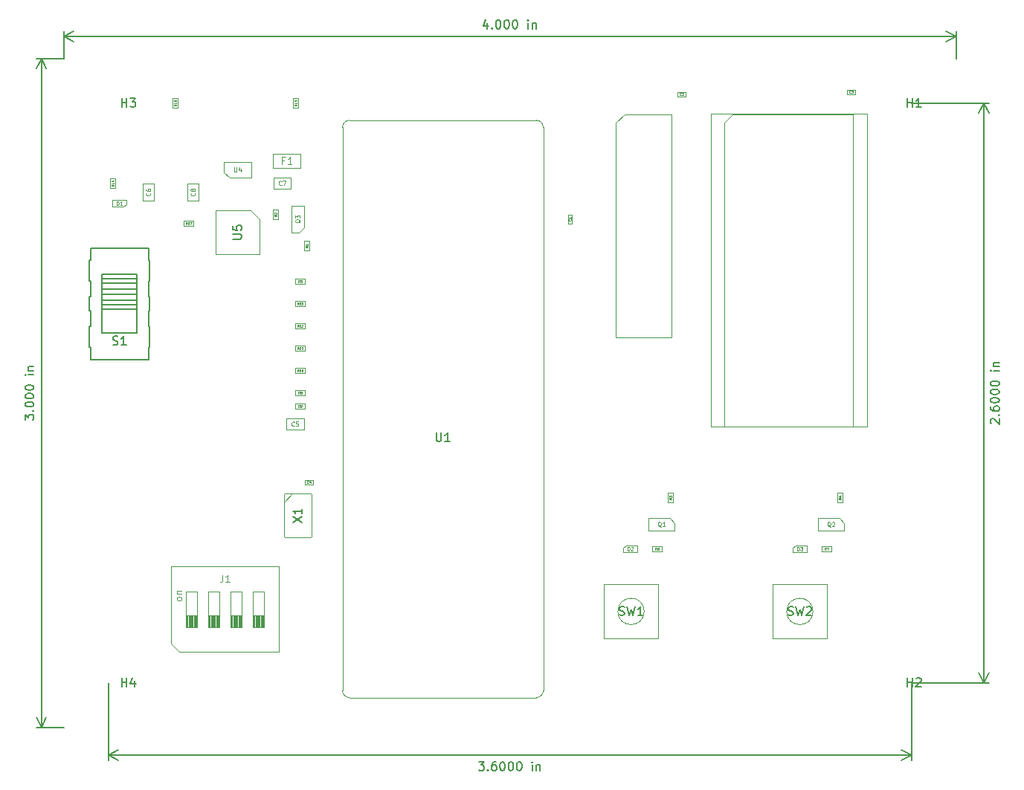
<source format=gbr>
%TF.GenerationSoftware,KiCad,Pcbnew,5.99.0+really5.1.10+dfsg1-1*%
%TF.CreationDate,2021-12-24T14:47:20+01:00*%
%TF.ProjectId,8051dumper,38303531-6475-46d7-9065-722e6b696361,1*%
%TF.SameCoordinates,PX60e4b00PYc1c9600*%
%TF.FileFunction,Other,Fab,Top*%
%FSLAX46Y46*%
G04 Gerber Fmt 4.6, Leading zero omitted, Abs format (unit mm)*
G04 Created by KiCad (PCBNEW 5.99.0+really5.1.10+dfsg1-1) date 2021-12-24 14:47:20*
%MOMM*%
%LPD*%
G01*
G04 APERTURE LIST*
%ADD10C,0.150000*%
%ADD11C,0.100000*%
%ADD12C,0.127000*%
%ADD13C,0.025400*%
%ADD14C,0.075000*%
%ADD15C,0.120000*%
%ADD16C,0.040000*%
%ADD17C,0.080000*%
%ADD18C,0.060000*%
G04 APERTURE END LIST*
D10*
X105622619Y34600000D02*
X105575000Y34647620D01*
X105527380Y34742858D01*
X105527380Y34980953D01*
X105575000Y35076191D01*
X105622619Y35123810D01*
X105717857Y35171429D01*
X105813095Y35171429D01*
X105955952Y35123810D01*
X106527380Y34552381D01*
X106527380Y35171429D01*
X106432142Y35600000D02*
X106479761Y35647620D01*
X106527380Y35600000D01*
X106479761Y35552381D01*
X106432142Y35600000D01*
X106527380Y35600000D01*
X105527380Y36504762D02*
X105527380Y36314286D01*
X105575000Y36219048D01*
X105622619Y36171429D01*
X105765476Y36076191D01*
X105955952Y36028572D01*
X106336904Y36028572D01*
X106432142Y36076191D01*
X106479761Y36123810D01*
X106527380Y36219048D01*
X106527380Y36409524D01*
X106479761Y36504762D01*
X106432142Y36552381D01*
X106336904Y36600000D01*
X106098809Y36600000D01*
X106003571Y36552381D01*
X105955952Y36504762D01*
X105908333Y36409524D01*
X105908333Y36219048D01*
X105955952Y36123810D01*
X106003571Y36076191D01*
X106098809Y36028572D01*
X105527380Y37219048D02*
X105527380Y37314286D01*
X105575000Y37409524D01*
X105622619Y37457143D01*
X105717857Y37504762D01*
X105908333Y37552381D01*
X106146428Y37552381D01*
X106336904Y37504762D01*
X106432142Y37457143D01*
X106479761Y37409524D01*
X106527380Y37314286D01*
X106527380Y37219048D01*
X106479761Y37123810D01*
X106432142Y37076191D01*
X106336904Y37028572D01*
X106146428Y36980953D01*
X105908333Y36980953D01*
X105717857Y37028572D01*
X105622619Y37076191D01*
X105575000Y37123810D01*
X105527380Y37219048D01*
X105527380Y38171429D02*
X105527380Y38266667D01*
X105575000Y38361905D01*
X105622619Y38409524D01*
X105717857Y38457143D01*
X105908333Y38504762D01*
X106146428Y38504762D01*
X106336904Y38457143D01*
X106432142Y38409524D01*
X106479761Y38361905D01*
X106527380Y38266667D01*
X106527380Y38171429D01*
X106479761Y38076191D01*
X106432142Y38028572D01*
X106336904Y37980953D01*
X106146428Y37933334D01*
X105908333Y37933334D01*
X105717857Y37980953D01*
X105622619Y38028572D01*
X105575000Y38076191D01*
X105527380Y38171429D01*
X105527380Y39123810D02*
X105527380Y39219048D01*
X105575000Y39314286D01*
X105622619Y39361905D01*
X105717857Y39409524D01*
X105908333Y39457143D01*
X106146428Y39457143D01*
X106336904Y39409524D01*
X106432142Y39361905D01*
X106479761Y39314286D01*
X106527380Y39219048D01*
X106527380Y39123810D01*
X106479761Y39028572D01*
X106432142Y38980953D01*
X106336904Y38933334D01*
X106146428Y38885715D01*
X105908333Y38885715D01*
X105717857Y38933334D01*
X105622619Y38980953D01*
X105575000Y39028572D01*
X105527380Y39123810D01*
X106527380Y40647620D02*
X105860714Y40647620D01*
X105527380Y40647620D02*
X105575000Y40600000D01*
X105622619Y40647620D01*
X105575000Y40695239D01*
X105527380Y40647620D01*
X105622619Y40647620D01*
X105860714Y41123810D02*
X106527380Y41123810D01*
X105955952Y41123810D02*
X105908333Y41171429D01*
X105860714Y41266667D01*
X105860714Y41409524D01*
X105908333Y41504762D01*
X106003571Y41552381D01*
X106527380Y41552381D01*
X104775000Y5080000D02*
X104775000Y71120000D01*
X96520000Y5080000D02*
X105361421Y5080000D01*
X96520000Y71120000D02*
X105361421Y71120000D01*
X104775000Y71120000D02*
X105361421Y69993496D01*
X104775000Y71120000D02*
X104188579Y69993496D01*
X104775000Y5080000D02*
X105361421Y6206504D01*
X104775000Y5080000D02*
X104188579Y6206504D01*
X47252380Y-3927379D02*
X47871428Y-3927379D01*
X47538095Y-4308332D01*
X47680952Y-4308332D01*
X47776190Y-4355951D01*
X47823809Y-4403570D01*
X47871428Y-4498808D01*
X47871428Y-4736903D01*
X47823809Y-4832141D01*
X47776190Y-4879760D01*
X47680952Y-4927379D01*
X47395238Y-4927379D01*
X47300000Y-4879760D01*
X47252380Y-4832141D01*
X48300000Y-4832141D02*
X48347619Y-4879760D01*
X48300000Y-4927379D01*
X48252380Y-4879760D01*
X48300000Y-4832141D01*
X48300000Y-4927379D01*
X49204761Y-3927379D02*
X49014285Y-3927379D01*
X48919047Y-3974999D01*
X48871428Y-4022618D01*
X48776190Y-4165475D01*
X48728571Y-4355951D01*
X48728571Y-4736903D01*
X48776190Y-4832141D01*
X48823809Y-4879760D01*
X48919047Y-4927379D01*
X49109523Y-4927379D01*
X49204761Y-4879760D01*
X49252380Y-4832141D01*
X49300000Y-4736903D01*
X49300000Y-4498808D01*
X49252380Y-4403570D01*
X49204761Y-4355951D01*
X49109523Y-4308332D01*
X48919047Y-4308332D01*
X48823809Y-4355951D01*
X48776190Y-4403570D01*
X48728571Y-4498808D01*
X49919047Y-3927379D02*
X50014285Y-3927379D01*
X50109523Y-3974999D01*
X50157142Y-4022618D01*
X50204761Y-4117856D01*
X50252380Y-4308332D01*
X50252380Y-4546427D01*
X50204761Y-4736903D01*
X50157142Y-4832141D01*
X50109523Y-4879760D01*
X50014285Y-4927379D01*
X49919047Y-4927379D01*
X49823809Y-4879760D01*
X49776190Y-4832141D01*
X49728571Y-4736903D01*
X49680952Y-4546427D01*
X49680952Y-4308332D01*
X49728571Y-4117856D01*
X49776190Y-4022618D01*
X49823809Y-3974999D01*
X49919047Y-3927379D01*
X50871428Y-3927379D02*
X50966666Y-3927379D01*
X51061904Y-3974999D01*
X51109523Y-4022618D01*
X51157142Y-4117856D01*
X51204761Y-4308332D01*
X51204761Y-4546427D01*
X51157142Y-4736903D01*
X51109523Y-4832141D01*
X51061904Y-4879760D01*
X50966666Y-4927379D01*
X50871428Y-4927379D01*
X50776190Y-4879760D01*
X50728571Y-4832141D01*
X50680952Y-4736903D01*
X50633333Y-4546427D01*
X50633333Y-4308332D01*
X50680952Y-4117856D01*
X50728571Y-4022618D01*
X50776190Y-3974999D01*
X50871428Y-3927379D01*
X51823809Y-3927379D02*
X51919047Y-3927379D01*
X52014285Y-3974999D01*
X52061904Y-4022618D01*
X52109523Y-4117856D01*
X52157142Y-4308332D01*
X52157142Y-4546427D01*
X52109523Y-4736903D01*
X52061904Y-4832141D01*
X52014285Y-4879760D01*
X51919047Y-4927379D01*
X51823809Y-4927379D01*
X51728571Y-4879760D01*
X51680952Y-4832141D01*
X51633333Y-4736903D01*
X51585714Y-4546427D01*
X51585714Y-4308332D01*
X51633333Y-4117856D01*
X51680952Y-4022618D01*
X51728571Y-3974999D01*
X51823809Y-3927379D01*
X53347619Y-4927379D02*
X53347619Y-4260713D01*
X53347619Y-3927379D02*
X53300000Y-3974999D01*
X53347619Y-4022618D01*
X53395238Y-3974999D01*
X53347619Y-3927379D01*
X53347619Y-4022618D01*
X53823809Y-4260713D02*
X53823809Y-4927379D01*
X53823809Y-4355951D02*
X53871428Y-4308332D01*
X53966666Y-4260713D01*
X54109523Y-4260713D01*
X54204761Y-4308332D01*
X54252380Y-4403570D01*
X54252380Y-4927379D01*
X5080000Y-3174999D02*
X96520000Y-3174999D01*
X5080000Y5080000D02*
X5080000Y-3761420D01*
X96520000Y5080000D02*
X96520000Y-3761420D01*
X96520000Y-3174999D02*
X95393496Y-3761420D01*
X96520000Y-3174999D02*
X95393496Y-2588578D01*
X5080000Y-3174999D02*
X6206504Y-3761420D01*
X5080000Y-3174999D02*
X6206504Y-2588578D01*
X-4387620Y35028572D02*
X-4387620Y35647620D01*
X-4006667Y35314286D01*
X-4006667Y35457143D01*
X-3959048Y35552381D01*
X-3911429Y35600000D01*
X-3816191Y35647620D01*
X-3578096Y35647620D01*
X-3482858Y35600000D01*
X-3435239Y35552381D01*
X-3387620Y35457143D01*
X-3387620Y35171429D01*
X-3435239Y35076191D01*
X-3482858Y35028572D01*
X-3482858Y36076191D02*
X-3435239Y36123810D01*
X-3387620Y36076191D01*
X-3435239Y36028572D01*
X-3482858Y36076191D01*
X-3387620Y36076191D01*
X-4387620Y36742858D02*
X-4387620Y36838096D01*
X-4340000Y36933334D01*
X-4292381Y36980953D01*
X-4197143Y37028572D01*
X-4006667Y37076191D01*
X-3768572Y37076191D01*
X-3578096Y37028572D01*
X-3482858Y36980953D01*
X-3435239Y36933334D01*
X-3387620Y36838096D01*
X-3387620Y36742858D01*
X-3435239Y36647620D01*
X-3482858Y36600000D01*
X-3578096Y36552381D01*
X-3768572Y36504762D01*
X-4006667Y36504762D01*
X-4197143Y36552381D01*
X-4292381Y36600000D01*
X-4340000Y36647620D01*
X-4387620Y36742858D01*
X-4387620Y37695239D02*
X-4387620Y37790477D01*
X-4340000Y37885715D01*
X-4292381Y37933334D01*
X-4197143Y37980953D01*
X-4006667Y38028572D01*
X-3768572Y38028572D01*
X-3578096Y37980953D01*
X-3482858Y37933334D01*
X-3435239Y37885715D01*
X-3387620Y37790477D01*
X-3387620Y37695239D01*
X-3435239Y37600000D01*
X-3482858Y37552381D01*
X-3578096Y37504762D01*
X-3768572Y37457143D01*
X-4006667Y37457143D01*
X-4197143Y37504762D01*
X-4292381Y37552381D01*
X-4340000Y37600000D01*
X-4387620Y37695239D01*
X-4387620Y38647620D02*
X-4387620Y38742858D01*
X-4340000Y38838096D01*
X-4292381Y38885715D01*
X-4197143Y38933334D01*
X-4006667Y38980953D01*
X-3768572Y38980953D01*
X-3578096Y38933334D01*
X-3482858Y38885715D01*
X-3435239Y38838096D01*
X-3387620Y38742858D01*
X-3387620Y38647620D01*
X-3435239Y38552381D01*
X-3482858Y38504762D01*
X-3578096Y38457143D01*
X-3768572Y38409524D01*
X-4006667Y38409524D01*
X-4197143Y38457143D01*
X-4292381Y38504762D01*
X-4340000Y38552381D01*
X-4387620Y38647620D01*
X-3387620Y40171429D02*
X-4054286Y40171429D01*
X-4387620Y40171429D02*
X-4340000Y40123810D01*
X-4292381Y40171429D01*
X-4340000Y40219048D01*
X-4387620Y40171429D01*
X-4292381Y40171429D01*
X-4054286Y40647620D02*
X-3387620Y40647620D01*
X-3959048Y40647620D02*
X-4006667Y40695239D01*
X-4054286Y40790477D01*
X-4054286Y40933334D01*
X-4006667Y41028572D01*
X-3911429Y41076191D01*
X-3387620Y41076191D01*
X-2540000Y0D02*
X-2540000Y76200000D01*
X0Y0D02*
X-3126421Y0D01*
X0Y76200000D02*
X-3126421Y76200000D01*
X-2540000Y76200000D02*
X-1953579Y75073496D01*
X-2540000Y76200000D02*
X-3126421Y75073496D01*
X-2540000Y0D02*
X-1953579Y1126504D01*
X-2540000Y0D02*
X-3126421Y1126504D01*
X48252380Y80254286D02*
X48252380Y79587620D01*
X48014285Y80635239D02*
X47776190Y79920953D01*
X48395238Y79920953D01*
X48776190Y79682858D02*
X48823809Y79635239D01*
X48776190Y79587620D01*
X48728571Y79635239D01*
X48776190Y79682858D01*
X48776190Y79587620D01*
X49442857Y80587620D02*
X49538095Y80587620D01*
X49633333Y80540000D01*
X49680952Y80492381D01*
X49728571Y80397143D01*
X49776190Y80206667D01*
X49776190Y79968572D01*
X49728571Y79778096D01*
X49680952Y79682858D01*
X49633333Y79635239D01*
X49538095Y79587620D01*
X49442857Y79587620D01*
X49347619Y79635239D01*
X49300000Y79682858D01*
X49252380Y79778096D01*
X49204761Y79968572D01*
X49204761Y80206667D01*
X49252380Y80397143D01*
X49300000Y80492381D01*
X49347619Y80540000D01*
X49442857Y80587620D01*
X50395238Y80587620D02*
X50490476Y80587620D01*
X50585714Y80540000D01*
X50633333Y80492381D01*
X50680952Y80397143D01*
X50728571Y80206667D01*
X50728571Y79968572D01*
X50680952Y79778096D01*
X50633333Y79682858D01*
X50585714Y79635239D01*
X50490476Y79587620D01*
X50395238Y79587620D01*
X50300000Y79635239D01*
X50252380Y79682858D01*
X50204761Y79778096D01*
X50157142Y79968572D01*
X50157142Y80206667D01*
X50204761Y80397143D01*
X50252380Y80492381D01*
X50300000Y80540000D01*
X50395238Y80587620D01*
X51347619Y80587620D02*
X51442857Y80587620D01*
X51538095Y80540000D01*
X51585714Y80492381D01*
X51633333Y80397143D01*
X51680952Y80206667D01*
X51680952Y79968572D01*
X51633333Y79778096D01*
X51585714Y79682858D01*
X51538095Y79635239D01*
X51442857Y79587620D01*
X51347619Y79587620D01*
X51252380Y79635239D01*
X51204761Y79682858D01*
X51157142Y79778096D01*
X51109523Y79968572D01*
X51109523Y80206667D01*
X51157142Y80397143D01*
X51204761Y80492381D01*
X51252380Y80540000D01*
X51347619Y80587620D01*
X52871428Y79587620D02*
X52871428Y80254286D01*
X52871428Y80587620D02*
X52823809Y80540000D01*
X52871428Y80492381D01*
X52919047Y80540000D01*
X52871428Y80587620D01*
X52871428Y80492381D01*
X53347619Y80254286D02*
X53347619Y79587620D01*
X53347619Y80159048D02*
X53395238Y80206667D01*
X53490476Y80254286D01*
X53633333Y80254286D01*
X53728571Y80206667D01*
X53776190Y80111429D01*
X53776190Y79587620D01*
X0Y78740000D02*
X101600000Y78740000D01*
X0Y76200000D02*
X0Y79326421D01*
X101600000Y76200000D02*
X101600000Y79326421D01*
X101600000Y78740000D02*
X100473496Y78153579D01*
X101600000Y78740000D02*
X100473496Y79326421D01*
X0Y78740000D02*
X1126504Y78153579D01*
X0Y78740000D02*
X1126504Y79326421D01*
D11*
%TO.C,U4*%
X18912000Y62600000D02*
X18262000Y63250000D01*
X18262000Y64400000D02*
X18262000Y63250000D01*
X18912000Y62600000D02*
X21362000Y62600000D01*
X21362000Y64400000D02*
X21362000Y62600000D01*
X18262000Y64400000D02*
X21362000Y64400000D01*
%TO.C,Q3*%
X27370000Y56962000D02*
X27370000Y59412000D01*
X26820000Y56392000D02*
X25970000Y56392000D01*
X27370000Y56962000D02*
X26820000Y56392000D01*
X25970000Y56392000D02*
X25970000Y59432000D01*
X27370000Y59432000D02*
X25970000Y59432000D01*
%TO.C,Q2*%
X88326000Y23814000D02*
X85876000Y23814000D01*
X88896000Y23264000D02*
X88896000Y22414000D01*
X88326000Y23814000D02*
X88896000Y23264000D01*
X88896000Y22414000D02*
X85856000Y22414000D01*
X85856000Y23814000D02*
X85856000Y22414000D01*
%TO.C,Q1*%
X69022000Y23814000D02*
X66572000Y23814000D01*
X69592000Y23264000D02*
X69592000Y22414000D01*
X69022000Y23814000D02*
X69592000Y23264000D01*
X69592000Y22414000D02*
X66552000Y22414000D01*
X66552000Y23814000D02*
X66552000Y22414000D01*
%TO.C,J1*%
X12200000Y9570000D02*
X12200000Y18350000D01*
X12200000Y18350000D02*
X24540000Y18350000D01*
X24540000Y18350000D02*
X24540000Y8570000D01*
X24540000Y8570000D02*
X13200000Y8570000D01*
X13200000Y8570000D02*
X12200000Y9570000D01*
X13925000Y11430000D02*
X15195000Y11430000D01*
X15195000Y11430000D02*
X15195000Y15490000D01*
X15195000Y15490000D02*
X13925000Y15490000D01*
X13925000Y15490000D02*
X13925000Y11430000D01*
X14025000Y11430000D02*
X14025000Y12783333D01*
X14125000Y11430000D02*
X14125000Y12783333D01*
X14225000Y11430000D02*
X14225000Y12783333D01*
X14325000Y11430000D02*
X14325000Y12783333D01*
X14425000Y11430000D02*
X14425000Y12783333D01*
X14525000Y11430000D02*
X14525000Y12783333D01*
X14625000Y11430000D02*
X14625000Y12783333D01*
X14725000Y11430000D02*
X14725000Y12783333D01*
X14825000Y11430000D02*
X14825000Y12783333D01*
X14925000Y11430000D02*
X14925000Y12783333D01*
X15025000Y11430000D02*
X15025000Y12783333D01*
X15125000Y11430000D02*
X15125000Y12783333D01*
X13925000Y12783333D02*
X15195000Y12783333D01*
X16465000Y11430000D02*
X17735000Y11430000D01*
X17735000Y11430000D02*
X17735000Y15490000D01*
X17735000Y15490000D02*
X16465000Y15490000D01*
X16465000Y15490000D02*
X16465000Y11430000D01*
X16565000Y11430000D02*
X16565000Y12783333D01*
X16665000Y11430000D02*
X16665000Y12783333D01*
X16765000Y11430000D02*
X16765000Y12783333D01*
X16865000Y11430000D02*
X16865000Y12783333D01*
X16965000Y11430000D02*
X16965000Y12783333D01*
X17065000Y11430000D02*
X17065000Y12783333D01*
X17165000Y11430000D02*
X17165000Y12783333D01*
X17265000Y11430000D02*
X17265000Y12783333D01*
X17365000Y11430000D02*
X17365000Y12783333D01*
X17465000Y11430000D02*
X17465000Y12783333D01*
X17565000Y11430000D02*
X17565000Y12783333D01*
X17665000Y11430000D02*
X17665000Y12783333D01*
X16465000Y12783333D02*
X17735000Y12783333D01*
X19005000Y11430000D02*
X20275000Y11430000D01*
X20275000Y11430000D02*
X20275000Y15490000D01*
X20275000Y15490000D02*
X19005000Y15490000D01*
X19005000Y15490000D02*
X19005000Y11430000D01*
X19105000Y11430000D02*
X19105000Y12783333D01*
X19205000Y11430000D02*
X19205000Y12783333D01*
X19305000Y11430000D02*
X19305000Y12783333D01*
X19405000Y11430000D02*
X19405000Y12783333D01*
X19505000Y11430000D02*
X19505000Y12783333D01*
X19605000Y11430000D02*
X19605000Y12783333D01*
X19705000Y11430000D02*
X19705000Y12783333D01*
X19805000Y11430000D02*
X19805000Y12783333D01*
X19905000Y11430000D02*
X19905000Y12783333D01*
X20005000Y11430000D02*
X20005000Y12783333D01*
X20105000Y11430000D02*
X20105000Y12783333D01*
X20205000Y11430000D02*
X20205000Y12783333D01*
X19005000Y12783333D02*
X20275000Y12783333D01*
X21545000Y11430000D02*
X22815000Y11430000D01*
X22815000Y11430000D02*
X22815000Y15490000D01*
X22815000Y15490000D02*
X21545000Y15490000D01*
X21545000Y15490000D02*
X21545000Y11430000D01*
X21645000Y11430000D02*
X21645000Y12783333D01*
X21745000Y11430000D02*
X21745000Y12783333D01*
X21845000Y11430000D02*
X21845000Y12783333D01*
X21945000Y11430000D02*
X21945000Y12783333D01*
X22045000Y11430000D02*
X22045000Y12783333D01*
X22145000Y11430000D02*
X22145000Y12783333D01*
X22245000Y11430000D02*
X22245000Y12783333D01*
X22345000Y11430000D02*
X22345000Y12783333D01*
X22445000Y11430000D02*
X22445000Y12783333D01*
X22545000Y11430000D02*
X22545000Y12783333D01*
X22645000Y11430000D02*
X22645000Y12783333D01*
X22745000Y11430000D02*
X22745000Y12783333D01*
X21545000Y12783333D02*
X22815000Y12783333D01*
%TO.C,X1*%
X28270000Y26530000D02*
X28270000Y21730000D01*
X28270000Y21730000D02*
X28170000Y21630000D01*
X28170000Y21630000D02*
X25170000Y21630000D01*
X25170000Y21630000D02*
X25070000Y21730000D01*
X25070000Y21730000D02*
X25070000Y26530000D01*
X25070000Y26530000D02*
X25170000Y26630000D01*
X25170000Y26630000D02*
X28170000Y26630000D01*
X28170000Y26630000D02*
X28270000Y26530000D01*
X26070000Y26630000D02*
X25070000Y25630000D01*
%TO.C,U5*%
X22312000Y57888000D02*
X22312000Y53888000D01*
X22312000Y53888000D02*
X17312000Y53888000D01*
X17312000Y53888000D02*
X17312000Y58888000D01*
X17312000Y58888000D02*
X21312000Y58888000D01*
X21312000Y58888000D02*
X22312000Y57888000D01*
%TO.C,R17*%
X14749000Y57674000D02*
X14749000Y57134000D01*
X14749000Y57134000D02*
X13699000Y57134000D01*
X13699000Y57134000D02*
X13699000Y57674000D01*
X13699000Y57674000D02*
X14749000Y57674000D01*
%TO.C,R16*%
X12970000Y70595000D02*
X12430000Y70595000D01*
X12430000Y70595000D02*
X12430000Y71645000D01*
X12430000Y71645000D02*
X12970000Y71645000D01*
X12970000Y71645000D02*
X12970000Y70595000D01*
%TO.C,R15*%
X26686000Y70595000D02*
X26146000Y70595000D01*
X26146000Y70595000D02*
X26146000Y71645000D01*
X26146000Y71645000D02*
X26686000Y71645000D01*
X26686000Y71645000D02*
X26686000Y70595000D01*
%TO.C,F1*%
X27000000Y65316000D02*
X27000000Y63716000D01*
X27000000Y63716000D02*
X23800000Y63716000D01*
X23800000Y63716000D02*
X23800000Y65316000D01*
X23800000Y65316000D02*
X27000000Y65316000D01*
%TO.C,C8*%
X15357000Y59960000D02*
X14107000Y59960000D01*
X14107000Y59960000D02*
X14107000Y61960000D01*
X14107000Y61960000D02*
X15357000Y61960000D01*
X15357000Y61960000D02*
X15357000Y59960000D01*
%TO.C,C7*%
X23892000Y61351000D02*
X23892000Y62601000D01*
X23892000Y62601000D02*
X25892000Y62601000D01*
X25892000Y62601000D02*
X25892000Y61351000D01*
X25892000Y61351000D02*
X23892000Y61351000D01*
%TO.C,R14*%
X5318000Y62501000D02*
X5858000Y62501000D01*
X5858000Y62501000D02*
X5858000Y61451000D01*
X5858000Y61451000D02*
X5318000Y61451000D01*
X5318000Y61451000D02*
X5318000Y62501000D01*
%TO.C,R13*%
X26399000Y47990000D02*
X26399000Y48530000D01*
X26399000Y48530000D02*
X27449000Y48530000D01*
X27449000Y48530000D02*
X27449000Y47990000D01*
X27449000Y47990000D02*
X26399000Y47990000D01*
%TO.C,R12*%
X26399000Y45450000D02*
X26399000Y45990000D01*
X26399000Y45990000D02*
X27449000Y45990000D01*
X27449000Y45990000D02*
X27449000Y45450000D01*
X27449000Y45450000D02*
X26399000Y45450000D01*
%TO.C,R11*%
X26399000Y42910000D02*
X26399000Y43450000D01*
X26399000Y43450000D02*
X27449000Y43450000D01*
X27449000Y43450000D02*
X27449000Y42910000D01*
X27449000Y42910000D02*
X26399000Y42910000D01*
%TO.C,R10*%
X26399000Y40370000D02*
X26399000Y40910000D01*
X26399000Y40910000D02*
X27449000Y40910000D01*
X27449000Y40910000D02*
X27449000Y40370000D01*
X27449000Y40370000D02*
X26399000Y40370000D01*
%TO.C,R9*%
X26399000Y36306000D02*
X26399000Y36846000D01*
X26399000Y36846000D02*
X27449000Y36846000D01*
X27449000Y36846000D02*
X27449000Y36306000D01*
X27449000Y36306000D02*
X26399000Y36306000D01*
%TO.C,R8*%
X27449000Y38370000D02*
X27449000Y37830000D01*
X27449000Y37830000D02*
X26399000Y37830000D01*
X26399000Y37830000D02*
X26399000Y38370000D01*
X26399000Y38370000D02*
X27449000Y38370000D01*
%TO.C,R7*%
X87393000Y20590000D02*
X87393000Y20050000D01*
X87393000Y20050000D02*
X86343000Y20050000D01*
X86343000Y20050000D02*
X86343000Y20590000D01*
X86343000Y20590000D02*
X87393000Y20590000D01*
%TO.C,R6*%
X68089000Y20590000D02*
X68089000Y20050000D01*
X68089000Y20050000D02*
X67039000Y20050000D01*
X67039000Y20050000D02*
X67039000Y20590000D01*
X67039000Y20590000D02*
X68089000Y20590000D01*
%TO.C,R5*%
X26399000Y50530000D02*
X26399000Y51070000D01*
X26399000Y51070000D02*
X27449000Y51070000D01*
X27449000Y51070000D02*
X27449000Y50530000D01*
X27449000Y50530000D02*
X26399000Y50530000D01*
%TO.C,R4*%
X88662000Y25637000D02*
X88122000Y25637000D01*
X88122000Y25637000D02*
X88122000Y26687000D01*
X88122000Y26687000D02*
X88662000Y26687000D01*
X88662000Y26687000D02*
X88662000Y25637000D01*
%TO.C,R3*%
X69358000Y25637000D02*
X68818000Y25637000D01*
X68818000Y25637000D02*
X68818000Y26687000D01*
X68818000Y26687000D02*
X69358000Y26687000D01*
X69358000Y26687000D02*
X69358000Y25637000D01*
%TO.C,R2*%
X24400000Y57895000D02*
X23860000Y57895000D01*
X23860000Y57895000D02*
X23860000Y58945000D01*
X23860000Y58945000D02*
X24400000Y58945000D01*
X24400000Y58945000D02*
X24400000Y57895000D01*
%TO.C,R1*%
X27416000Y55389000D02*
X27956000Y55389000D01*
X27956000Y55389000D02*
X27956000Y54339000D01*
X27956000Y54339000D02*
X27416000Y54339000D01*
X27416000Y54339000D02*
X27416000Y55389000D01*
%TO.C,D1*%
X5550000Y59290000D02*
X6850000Y59290000D01*
X6850000Y59290000D02*
X7150000Y59590000D01*
X7150000Y59590000D02*
X7150000Y60090000D01*
X7150000Y60090000D02*
X5550000Y60090000D01*
X5550000Y60090000D02*
X5550000Y59290000D01*
%TO.C,C6*%
X10277000Y59960000D02*
X9027000Y59960000D01*
X9027000Y59960000D02*
X9027000Y61960000D01*
X9027000Y61960000D02*
X10277000Y61960000D01*
X10277000Y61960000D02*
X10277000Y59960000D01*
%TO.C,C5*%
X25350000Y33919000D02*
X25350000Y35169000D01*
X25350000Y35169000D02*
X27350000Y35169000D01*
X27350000Y35169000D02*
X27350000Y33919000D01*
X27350000Y33919000D02*
X25350000Y33919000D01*
%TO.C,C4*%
X28440000Y28190000D02*
X28440000Y27690000D01*
X28440000Y27690000D02*
X27440000Y27690000D01*
X27440000Y27690000D02*
X27440000Y28190000D01*
X27440000Y28190000D02*
X28440000Y28190000D01*
%TO.C,C3*%
X90162000Y72640000D02*
X90162000Y72140000D01*
X90162000Y72140000D02*
X89162000Y72140000D01*
X89162000Y72140000D02*
X89162000Y72640000D01*
X89162000Y72640000D02*
X90162000Y72640000D01*
%TO.C,C2*%
X69858000Y71886000D02*
X69858000Y72386000D01*
X69858000Y72386000D02*
X70858000Y72386000D01*
X70858000Y72386000D02*
X70858000Y71886000D01*
X70858000Y71886000D02*
X69858000Y71886000D01*
%TO.C,C1*%
X57408000Y58412000D02*
X57908000Y58412000D01*
X57908000Y58412000D02*
X57908000Y57412000D01*
X57908000Y57412000D02*
X57408000Y57412000D01*
X57408000Y57412000D02*
X57408000Y58412000D01*
%TO.C,SW2*%
X80720000Y16300000D02*
X86920000Y16300000D01*
X86920000Y16300000D02*
X86920000Y10100000D01*
X86920000Y10100000D02*
X80720000Y10100000D01*
X80720000Y10100000D02*
X80720000Y16300000D01*
X85320000Y13200000D02*
G75*
G03*
X85320000Y13200000I-1500000J0D01*
G01*
%TO.C,SW1*%
X61504999Y16300000D02*
X67704999Y16300000D01*
X67704999Y16300000D02*
X67704999Y10100000D01*
X67704999Y10100000D02*
X61504999Y10100000D01*
X61504999Y10100000D02*
X61504999Y16300000D01*
X66104999Y13200000D02*
G75*
G03*
X66104999Y13200000I-1500000J0D01*
G01*
%TO.C,D3*%
X84620000Y20720000D02*
X83320000Y20720000D01*
X83320000Y20720000D02*
X83020000Y20420000D01*
X83020000Y20420000D02*
X83020000Y19920000D01*
X83020000Y19920000D02*
X84620000Y19920000D01*
X84620000Y19920000D02*
X84620000Y20720000D01*
%TO.C,D2*%
X65316000Y20720000D02*
X64016000Y20720000D01*
X64016000Y20720000D02*
X63716000Y20420000D01*
X63716000Y20420000D02*
X63716000Y19920000D01*
X63716000Y19920000D02*
X65316000Y19920000D01*
X65316000Y19920000D02*
X65316000Y20720000D01*
%TO.C,U2*%
X63865000Y69850000D02*
X69215000Y69850000D01*
X69215000Y69850000D02*
X69215000Y44450000D01*
X69215000Y44450000D02*
X62865000Y44450000D01*
X62865000Y44450000D02*
X62865000Y68850000D01*
X62865000Y68850000D02*
X63865000Y69850000D01*
D12*
%TO.C,S1*%
X3429000Y41910000D02*
X9270999Y41910000D01*
X9651999Y41910000D02*
X9270999Y41910000D01*
X9651999Y54609999D02*
X9270999Y54609999D01*
X9270999Y54609999D02*
X3429000Y54609999D01*
X8362949Y44945300D02*
X8362949Y51574699D01*
X8362949Y51574699D02*
X8305799Y51574699D01*
X8305799Y51574699D02*
X4394200Y51574699D01*
X4394200Y51574699D02*
X4337050Y51574699D01*
X4337050Y51574699D02*
X4337050Y44945300D01*
X4337050Y44945300D02*
X8362949Y44945300D01*
X4394200Y47663100D02*
X8305799Y47663100D01*
X8305799Y48132641D02*
X4394200Y48132641D01*
X8305799Y48662778D02*
X4394200Y48662778D01*
X8305799Y49322682D02*
X4394200Y49322682D01*
X8305799Y49915117D02*
X4394200Y49915117D01*
X8305799Y50575021D02*
X4394200Y50575021D01*
X8305799Y51105159D02*
X4394200Y51105159D01*
X3429000Y54609999D02*
X3048000Y54609999D01*
X3048000Y41910000D02*
X3429000Y41910000D01*
X3048000Y53212999D02*
X2895600Y53212999D01*
X2895600Y50850799D02*
X2895600Y53212999D01*
X3048000Y50850799D02*
X2895600Y50850799D01*
X2895600Y47478950D02*
X2895600Y49041049D01*
X2895600Y43307000D02*
X2895600Y45669200D01*
X3048000Y43307000D02*
X2895600Y43307000D01*
X2895600Y45669200D02*
X3048000Y45669200D01*
X9804399Y53212999D02*
X9651999Y53212999D01*
X9804399Y50850799D02*
X9804399Y53212999D01*
X9804399Y47478950D02*
X9804399Y49041049D01*
X9651999Y45669200D02*
X9804399Y45669200D01*
X9804399Y43307000D02*
X9651999Y43307000D01*
X9804399Y50850799D02*
X9651999Y50850799D01*
X9804399Y43307000D02*
X9804399Y45669200D01*
X8305799Y51574699D02*
X8305799Y47663100D01*
X4394200Y51574699D02*
X4394200Y47663100D01*
X2895600Y49041049D02*
X3048000Y49041049D01*
X2895600Y47478950D02*
X3048000Y47478950D01*
X3048000Y43307000D02*
X3048000Y41910000D01*
X3048000Y47478950D02*
X3048000Y45669200D01*
X3048000Y54609999D02*
X3048000Y53212999D01*
X3048000Y50850799D02*
X3048000Y49041049D01*
X9651999Y43307000D02*
X9651999Y41910000D01*
X9651999Y54609999D02*
X9651999Y53212999D01*
X9804399Y49041049D02*
X9651999Y49041049D01*
X9804399Y47478950D02*
X9651999Y47478950D01*
X9651999Y50850799D02*
X9651999Y49041049D01*
X9651999Y47478950D02*
X9651999Y45669200D01*
D11*
%TO.C,U3*%
X76185000Y69850000D02*
X89915000Y69850000D01*
X89915000Y69850000D02*
X89915000Y34290000D01*
X89915000Y34290000D02*
X75185000Y34290000D01*
X75185000Y34290000D02*
X75185000Y68850000D01*
X75185000Y68850000D02*
X76185000Y69850000D01*
X73660000Y69910000D02*
X73660000Y34230000D01*
X73660000Y34230000D02*
X91440000Y34230000D01*
X91440000Y34230000D02*
X91440000Y69910000D01*
X91440000Y69910000D02*
X73660000Y69910000D01*
D13*
%TO.C,U1*%
X53797199Y69164199D02*
X32562800Y69164199D01*
X31750000Y68351399D02*
X31750001Y4191000D01*
X32562801Y3378200D02*
X53797200Y3378200D01*
X54609999Y4191000D02*
X54609999Y68351399D01*
X53797199Y69164199D02*
G75*
G02*
X54609999Y68351399I0J-812800D01*
G01*
X54609999Y4191001D02*
G75*
G02*
X53797200Y3378200I-812800J-1D01*
G01*
X32562800Y3378201D02*
G75*
G02*
X31750001Y4191000I0J812799D01*
G01*
X31750000Y68351399D02*
G75*
G02*
X32562800Y69164199I812800J0D01*
G01*
%TD*%
%TO.C,U4*%
D14*
X19431047Y63773810D02*
X19431047Y63369048D01*
X19454857Y63321429D01*
X19478666Y63297620D01*
X19526285Y63273810D01*
X19621523Y63273810D01*
X19669142Y63297620D01*
X19692952Y63321429D01*
X19716761Y63369048D01*
X19716761Y63773810D01*
X20169142Y63607143D02*
X20169142Y63273810D01*
X20050095Y63797620D02*
X19931047Y63440477D01*
X20240571Y63440477D01*
%TO.C,H4*%
D10*
X6618095Y4627620D02*
X6618095Y5627620D01*
X6618095Y5151429D02*
X7189523Y5151429D01*
X7189523Y4627620D02*
X7189523Y5627620D01*
X8094285Y5294286D02*
X8094285Y4627620D01*
X7856190Y5675239D02*
X7618095Y4960953D01*
X8237142Y4960953D01*
%TO.C,H3*%
X6618095Y70667620D02*
X6618095Y71667620D01*
X6618095Y71191429D02*
X7189523Y71191429D01*
X7189523Y70667620D02*
X7189523Y71667620D01*
X7570476Y71667620D02*
X8189523Y71667620D01*
X7856190Y71286667D01*
X7999047Y71286667D01*
X8094285Y71239048D01*
X8141904Y71191429D01*
X8189523Y71096191D01*
X8189523Y70858096D01*
X8141904Y70762858D01*
X8094285Y70715239D01*
X7999047Y70667620D01*
X7713333Y70667620D01*
X7618095Y70715239D01*
X7570476Y70762858D01*
%TO.C,H2*%
X96058095Y4627620D02*
X96058095Y5627620D01*
X96058095Y5151429D02*
X96629523Y5151429D01*
X96629523Y4627620D02*
X96629523Y5627620D01*
X97058095Y5532381D02*
X97105714Y5580000D01*
X97200952Y5627620D01*
X97439047Y5627620D01*
X97534285Y5580000D01*
X97581904Y5532381D01*
X97629523Y5437143D01*
X97629523Y5341905D01*
X97581904Y5199048D01*
X97010476Y4627620D01*
X97629523Y4627620D01*
%TO.C,H1*%
X96058095Y70667620D02*
X96058095Y71667620D01*
X96058095Y71191429D02*
X96629523Y71191429D01*
X96629523Y70667620D02*
X96629523Y71667620D01*
X97629523Y70667620D02*
X97058095Y70667620D01*
X97343809Y70667620D02*
X97343809Y71667620D01*
X97248571Y71524762D01*
X97153333Y71429524D01*
X97058095Y71381905D01*
%TO.C,Q3*%
D14*
X26943809Y57864381D02*
X26920000Y57816762D01*
X26872380Y57769143D01*
X26800952Y57697715D01*
X26777142Y57650096D01*
X26777142Y57602477D01*
X26896190Y57626286D02*
X26872380Y57578667D01*
X26824761Y57531048D01*
X26729523Y57507239D01*
X26562857Y57507239D01*
X26467619Y57531048D01*
X26420000Y57578667D01*
X26396190Y57626286D01*
X26396190Y57721524D01*
X26420000Y57769143D01*
X26467619Y57816762D01*
X26562857Y57840572D01*
X26729523Y57840572D01*
X26824761Y57816762D01*
X26872380Y57769143D01*
X26896190Y57721524D01*
X26896190Y57626286D01*
X26396190Y58007239D02*
X26396190Y58316762D01*
X26586666Y58150096D01*
X26586666Y58221524D01*
X26610476Y58269143D01*
X26634285Y58292953D01*
X26681904Y58316762D01*
X26800952Y58316762D01*
X26848571Y58292953D01*
X26872380Y58269143D01*
X26896190Y58221524D01*
X26896190Y58078667D01*
X26872380Y58031048D01*
X26848571Y58007239D01*
%TO.C,Q2*%
X87328380Y22840191D02*
X87280761Y22864000D01*
X87233142Y22911620D01*
X87161714Y22983048D01*
X87114095Y23006858D01*
X87066476Y23006858D01*
X87090285Y22887810D02*
X87042666Y22911620D01*
X86995047Y22959239D01*
X86971238Y23054477D01*
X86971238Y23221143D01*
X86995047Y23316381D01*
X87042666Y23364000D01*
X87090285Y23387810D01*
X87185523Y23387810D01*
X87233142Y23364000D01*
X87280761Y23316381D01*
X87304571Y23221143D01*
X87304571Y23054477D01*
X87280761Y22959239D01*
X87233142Y22911620D01*
X87185523Y22887810D01*
X87090285Y22887810D01*
X87495047Y23340191D02*
X87518857Y23364000D01*
X87566476Y23387810D01*
X87685523Y23387810D01*
X87733142Y23364000D01*
X87756952Y23340191D01*
X87780761Y23292572D01*
X87780761Y23244953D01*
X87756952Y23173524D01*
X87471238Y22887810D01*
X87780761Y22887810D01*
%TO.C,Q1*%
X68024380Y22840191D02*
X67976761Y22864000D01*
X67929142Y22911620D01*
X67857714Y22983048D01*
X67810095Y23006858D01*
X67762476Y23006858D01*
X67786285Y22887810D02*
X67738666Y22911620D01*
X67691047Y22959239D01*
X67667238Y23054477D01*
X67667238Y23221143D01*
X67691047Y23316381D01*
X67738666Y23364000D01*
X67786285Y23387810D01*
X67881523Y23387810D01*
X67929142Y23364000D01*
X67976761Y23316381D01*
X68000571Y23221143D01*
X68000571Y23054477D01*
X67976761Y22959239D01*
X67929142Y22911620D01*
X67881523Y22887810D01*
X67786285Y22887810D01*
X68476761Y22887810D02*
X68191047Y22887810D01*
X68333904Y22887810D02*
X68333904Y23387810D01*
X68286285Y23316381D01*
X68238666Y23268762D01*
X68191047Y23244953D01*
%TO.C,J1*%
D15*
X13424404Y14595953D02*
X13386309Y14519762D01*
X13348214Y14481667D01*
X13272023Y14443572D01*
X13043452Y14443572D01*
X12967261Y14481667D01*
X12929166Y14519762D01*
X12891071Y14595953D01*
X12891071Y14710239D01*
X12929166Y14786429D01*
X12967261Y14824524D01*
X13043452Y14862620D01*
X13272023Y14862620D01*
X13348214Y14824524D01*
X13386309Y14786429D01*
X13424404Y14710239D01*
X13424404Y14595953D01*
X12891071Y15205477D02*
X13424404Y15205477D01*
X12967261Y15205477D02*
X12929166Y15243572D01*
X12891071Y15319762D01*
X12891071Y15434048D01*
X12929166Y15510239D01*
X13005357Y15548334D01*
X13424404Y15548334D01*
X18103333Y17358096D02*
X18103333Y16786667D01*
X18065238Y16672381D01*
X17989047Y16596191D01*
X17874761Y16558096D01*
X17798571Y16558096D01*
X18903333Y16558096D02*
X18446190Y16558096D01*
X18674761Y16558096D02*
X18674761Y17358096D01*
X18598571Y17243810D01*
X18522380Y17167620D01*
X18446190Y17129524D01*
%TO.C,X1*%
D10*
X26122380Y23320477D02*
X27122380Y23987143D01*
X26122380Y23987143D02*
X27122380Y23320477D01*
X27122380Y24891905D02*
X27122380Y24320477D01*
X27122380Y24606191D02*
X26122380Y24606191D01*
X26265238Y24510953D01*
X26360476Y24415715D01*
X26408095Y24320477D01*
%TO.C,U5*%
X19264380Y55626096D02*
X20073904Y55626096D01*
X20169142Y55673715D01*
X20216761Y55721334D01*
X20264380Y55816572D01*
X20264380Y56007048D01*
X20216761Y56102286D01*
X20169142Y56149905D01*
X20073904Y56197524D01*
X19264380Y56197524D01*
X19264380Y57149905D02*
X19264380Y56673715D01*
X19740571Y56626096D01*
X19692952Y56673715D01*
X19645333Y56768953D01*
X19645333Y57007048D01*
X19692952Y57102286D01*
X19740571Y57149905D01*
X19835809Y57197524D01*
X20073904Y57197524D01*
X20169142Y57149905D01*
X20216761Y57102286D01*
X20264380Y57007048D01*
X20264380Y56768953D01*
X20216761Y56673715D01*
X20169142Y56626096D01*
%TO.C,R17*%
D16*
X14056857Y57286381D02*
X13970190Y57410191D01*
X13908285Y57286381D02*
X13908285Y57546381D01*
X14007333Y57546381D01*
X14032095Y57534000D01*
X14044476Y57521620D01*
X14056857Y57496858D01*
X14056857Y57459715D01*
X14044476Y57434953D01*
X14032095Y57422572D01*
X14007333Y57410191D01*
X13908285Y57410191D01*
X14304476Y57286381D02*
X14155904Y57286381D01*
X14230190Y57286381D02*
X14230190Y57546381D01*
X14205428Y57509239D01*
X14180666Y57484477D01*
X14155904Y57472096D01*
X14391142Y57546381D02*
X14564476Y57546381D01*
X14453047Y57286381D01*
%TO.C,R16*%
X12817619Y70952858D02*
X12693809Y70866191D01*
X12817619Y70804286D02*
X12557619Y70804286D01*
X12557619Y70903334D01*
X12570000Y70928096D01*
X12582380Y70940477D01*
X12607142Y70952858D01*
X12644285Y70952858D01*
X12669047Y70940477D01*
X12681428Y70928096D01*
X12693809Y70903334D01*
X12693809Y70804286D01*
X12817619Y71200477D02*
X12817619Y71051905D01*
X12817619Y71126191D02*
X12557619Y71126191D01*
X12594761Y71101429D01*
X12619523Y71076667D01*
X12631904Y71051905D01*
X12557619Y71423334D02*
X12557619Y71373810D01*
X12570000Y71349048D01*
X12582380Y71336667D01*
X12619523Y71311905D01*
X12669047Y71299524D01*
X12768095Y71299524D01*
X12792857Y71311905D01*
X12805238Y71324286D01*
X12817619Y71349048D01*
X12817619Y71398572D01*
X12805238Y71423334D01*
X12792857Y71435715D01*
X12768095Y71448096D01*
X12706190Y71448096D01*
X12681428Y71435715D01*
X12669047Y71423334D01*
X12656666Y71398572D01*
X12656666Y71349048D01*
X12669047Y71324286D01*
X12681428Y71311905D01*
X12706190Y71299524D01*
%TO.C,R15*%
X26533619Y70952858D02*
X26409809Y70866191D01*
X26533619Y70804286D02*
X26273619Y70804286D01*
X26273619Y70903334D01*
X26286000Y70928096D01*
X26298380Y70940477D01*
X26323142Y70952858D01*
X26360285Y70952858D01*
X26385047Y70940477D01*
X26397428Y70928096D01*
X26409809Y70903334D01*
X26409809Y70804286D01*
X26533619Y71200477D02*
X26533619Y71051905D01*
X26533619Y71126191D02*
X26273619Y71126191D01*
X26310761Y71101429D01*
X26335523Y71076667D01*
X26347904Y71051905D01*
X26273619Y71435715D02*
X26273619Y71311905D01*
X26397428Y71299524D01*
X26385047Y71311905D01*
X26372666Y71336667D01*
X26372666Y71398572D01*
X26385047Y71423334D01*
X26397428Y71435715D01*
X26422190Y71448096D01*
X26484095Y71448096D01*
X26508857Y71435715D01*
X26521238Y71423334D01*
X26533619Y71398572D01*
X26533619Y71336667D01*
X26521238Y71311905D01*
X26508857Y71299524D01*
%TO.C,F1*%
D15*
X25133333Y64573143D02*
X24866666Y64573143D01*
X24866666Y64154096D02*
X24866666Y64954096D01*
X25247619Y64954096D01*
X25971428Y64154096D02*
X25514285Y64154096D01*
X25742857Y64154096D02*
X25742857Y64954096D01*
X25666666Y64839810D01*
X25590476Y64763620D01*
X25514285Y64725524D01*
%TO.C,C8*%
D17*
X14910571Y60876667D02*
X14934380Y60852858D01*
X14958190Y60781429D01*
X14958190Y60733810D01*
X14934380Y60662381D01*
X14886761Y60614762D01*
X14839142Y60590953D01*
X14743904Y60567143D01*
X14672476Y60567143D01*
X14577238Y60590953D01*
X14529619Y60614762D01*
X14482000Y60662381D01*
X14458190Y60733810D01*
X14458190Y60781429D01*
X14482000Y60852858D01*
X14505809Y60876667D01*
X14672476Y61162381D02*
X14648666Y61114762D01*
X14624857Y61090953D01*
X14577238Y61067143D01*
X14553428Y61067143D01*
X14505809Y61090953D01*
X14482000Y61114762D01*
X14458190Y61162381D01*
X14458190Y61257620D01*
X14482000Y61305239D01*
X14505809Y61329048D01*
X14553428Y61352858D01*
X14577238Y61352858D01*
X14624857Y61329048D01*
X14648666Y61305239D01*
X14672476Y61257620D01*
X14672476Y61162381D01*
X14696285Y61114762D01*
X14720095Y61090953D01*
X14767714Y61067143D01*
X14862952Y61067143D01*
X14910571Y61090953D01*
X14934380Y61114762D01*
X14958190Y61162381D01*
X14958190Y61257620D01*
X14934380Y61305239D01*
X14910571Y61329048D01*
X14862952Y61352858D01*
X14767714Y61352858D01*
X14720095Y61329048D01*
X14696285Y61305239D01*
X14672476Y61257620D01*
%TO.C,C7*%
X24808666Y61797429D02*
X24784857Y61773620D01*
X24713428Y61749810D01*
X24665809Y61749810D01*
X24594380Y61773620D01*
X24546761Y61821239D01*
X24522952Y61868858D01*
X24499142Y61964096D01*
X24499142Y62035524D01*
X24522952Y62130762D01*
X24546761Y62178381D01*
X24594380Y62226000D01*
X24665809Y62249810D01*
X24713428Y62249810D01*
X24784857Y62226000D01*
X24808666Y62202191D01*
X24975333Y62249810D02*
X25308666Y62249810D01*
X25094380Y61749810D01*
%TO.C,R14*%
D16*
X5705619Y61808858D02*
X5581809Y61722191D01*
X5705619Y61660286D02*
X5445619Y61660286D01*
X5445619Y61759334D01*
X5458000Y61784096D01*
X5470380Y61796477D01*
X5495142Y61808858D01*
X5532285Y61808858D01*
X5557047Y61796477D01*
X5569428Y61784096D01*
X5581809Y61759334D01*
X5581809Y61660286D01*
X5705619Y62056477D02*
X5705619Y61907905D01*
X5705619Y61982191D02*
X5445619Y61982191D01*
X5482761Y61957429D01*
X5507523Y61932667D01*
X5519904Y61907905D01*
X5532285Y62279334D02*
X5705619Y62279334D01*
X5433238Y62217429D02*
X5618952Y62155524D01*
X5618952Y62316477D01*
%TO.C,R13*%
X26756857Y48142381D02*
X26670190Y48266191D01*
X26608285Y48142381D02*
X26608285Y48402381D01*
X26707333Y48402381D01*
X26732095Y48390000D01*
X26744476Y48377620D01*
X26756857Y48352858D01*
X26756857Y48315715D01*
X26744476Y48290953D01*
X26732095Y48278572D01*
X26707333Y48266191D01*
X26608285Y48266191D01*
X27004476Y48142381D02*
X26855904Y48142381D01*
X26930190Y48142381D02*
X26930190Y48402381D01*
X26905428Y48365239D01*
X26880666Y48340477D01*
X26855904Y48328096D01*
X27091142Y48402381D02*
X27252095Y48402381D01*
X27165428Y48303334D01*
X27202571Y48303334D01*
X27227333Y48290953D01*
X27239714Y48278572D01*
X27252095Y48253810D01*
X27252095Y48191905D01*
X27239714Y48167143D01*
X27227333Y48154762D01*
X27202571Y48142381D01*
X27128285Y48142381D01*
X27103523Y48154762D01*
X27091142Y48167143D01*
%TO.C,R12*%
X26756857Y45602381D02*
X26670190Y45726191D01*
X26608285Y45602381D02*
X26608285Y45862381D01*
X26707333Y45862381D01*
X26732095Y45850000D01*
X26744476Y45837620D01*
X26756857Y45812858D01*
X26756857Y45775715D01*
X26744476Y45750953D01*
X26732095Y45738572D01*
X26707333Y45726191D01*
X26608285Y45726191D01*
X27004476Y45602381D02*
X26855904Y45602381D01*
X26930190Y45602381D02*
X26930190Y45862381D01*
X26905428Y45825239D01*
X26880666Y45800477D01*
X26855904Y45788096D01*
X27103523Y45837620D02*
X27115904Y45850000D01*
X27140666Y45862381D01*
X27202571Y45862381D01*
X27227333Y45850000D01*
X27239714Y45837620D01*
X27252095Y45812858D01*
X27252095Y45788096D01*
X27239714Y45750953D01*
X27091142Y45602381D01*
X27252095Y45602381D01*
%TO.C,R11*%
X26756857Y43062381D02*
X26670190Y43186191D01*
X26608285Y43062381D02*
X26608285Y43322381D01*
X26707333Y43322381D01*
X26732095Y43310000D01*
X26744476Y43297620D01*
X26756857Y43272858D01*
X26756857Y43235715D01*
X26744476Y43210953D01*
X26732095Y43198572D01*
X26707333Y43186191D01*
X26608285Y43186191D01*
X27004476Y43062381D02*
X26855904Y43062381D01*
X26930190Y43062381D02*
X26930190Y43322381D01*
X26905428Y43285239D01*
X26880666Y43260477D01*
X26855904Y43248096D01*
X27252095Y43062381D02*
X27103523Y43062381D01*
X27177809Y43062381D02*
X27177809Y43322381D01*
X27153047Y43285239D01*
X27128285Y43260477D01*
X27103523Y43248096D01*
%TO.C,R10*%
X26756857Y40522381D02*
X26670190Y40646191D01*
X26608285Y40522381D02*
X26608285Y40782381D01*
X26707333Y40782381D01*
X26732095Y40770000D01*
X26744476Y40757620D01*
X26756857Y40732858D01*
X26756857Y40695715D01*
X26744476Y40670953D01*
X26732095Y40658572D01*
X26707333Y40646191D01*
X26608285Y40646191D01*
X27004476Y40522381D02*
X26855904Y40522381D01*
X26930190Y40522381D02*
X26930190Y40782381D01*
X26905428Y40745239D01*
X26880666Y40720477D01*
X26855904Y40708096D01*
X27165428Y40782381D02*
X27190190Y40782381D01*
X27214952Y40770000D01*
X27227333Y40757620D01*
X27239714Y40732858D01*
X27252095Y40683334D01*
X27252095Y40621429D01*
X27239714Y40571905D01*
X27227333Y40547143D01*
X27214952Y40534762D01*
X27190190Y40522381D01*
X27165428Y40522381D01*
X27140666Y40534762D01*
X27128285Y40547143D01*
X27115904Y40571905D01*
X27103523Y40621429D01*
X27103523Y40683334D01*
X27115904Y40732858D01*
X27128285Y40757620D01*
X27140666Y40770000D01*
X27165428Y40782381D01*
%TO.C,R9*%
X26880666Y36458381D02*
X26794000Y36582191D01*
X26732095Y36458381D02*
X26732095Y36718381D01*
X26831142Y36718381D01*
X26855904Y36706000D01*
X26868285Y36693620D01*
X26880666Y36668858D01*
X26880666Y36631715D01*
X26868285Y36606953D01*
X26855904Y36594572D01*
X26831142Y36582191D01*
X26732095Y36582191D01*
X27004476Y36458381D02*
X27054000Y36458381D01*
X27078761Y36470762D01*
X27091142Y36483143D01*
X27115904Y36520286D01*
X27128285Y36569810D01*
X27128285Y36668858D01*
X27115904Y36693620D01*
X27103523Y36706000D01*
X27078761Y36718381D01*
X27029238Y36718381D01*
X27004476Y36706000D01*
X26992095Y36693620D01*
X26979714Y36668858D01*
X26979714Y36606953D01*
X26992095Y36582191D01*
X27004476Y36569810D01*
X27029238Y36557429D01*
X27078761Y36557429D01*
X27103523Y36569810D01*
X27115904Y36582191D01*
X27128285Y36606953D01*
%TO.C,R8*%
X26880666Y37982381D02*
X26794000Y38106191D01*
X26732095Y37982381D02*
X26732095Y38242381D01*
X26831142Y38242381D01*
X26855904Y38230000D01*
X26868285Y38217620D01*
X26880666Y38192858D01*
X26880666Y38155715D01*
X26868285Y38130953D01*
X26855904Y38118572D01*
X26831142Y38106191D01*
X26732095Y38106191D01*
X27029238Y38130953D02*
X27004476Y38143334D01*
X26992095Y38155715D01*
X26979714Y38180477D01*
X26979714Y38192858D01*
X26992095Y38217620D01*
X27004476Y38230000D01*
X27029238Y38242381D01*
X27078761Y38242381D01*
X27103523Y38230000D01*
X27115904Y38217620D01*
X27128285Y38192858D01*
X27128285Y38180477D01*
X27115904Y38155715D01*
X27103523Y38143334D01*
X27078761Y38130953D01*
X27029238Y38130953D01*
X27004476Y38118572D01*
X26992095Y38106191D01*
X26979714Y38081429D01*
X26979714Y38031905D01*
X26992095Y38007143D01*
X27004476Y37994762D01*
X27029238Y37982381D01*
X27078761Y37982381D01*
X27103523Y37994762D01*
X27115904Y38007143D01*
X27128285Y38031905D01*
X27128285Y38081429D01*
X27115904Y38106191D01*
X27103523Y38118572D01*
X27078761Y38130953D01*
%TO.C,R7*%
X86824666Y20202381D02*
X86738000Y20326191D01*
X86676095Y20202381D02*
X86676095Y20462381D01*
X86775142Y20462381D01*
X86799904Y20450000D01*
X86812285Y20437620D01*
X86824666Y20412858D01*
X86824666Y20375715D01*
X86812285Y20350953D01*
X86799904Y20338572D01*
X86775142Y20326191D01*
X86676095Y20326191D01*
X86911333Y20462381D02*
X87084666Y20462381D01*
X86973238Y20202381D01*
%TO.C,R6*%
X67520666Y20202381D02*
X67434000Y20326191D01*
X67372095Y20202381D02*
X67372095Y20462381D01*
X67471142Y20462381D01*
X67495904Y20450000D01*
X67508285Y20437620D01*
X67520666Y20412858D01*
X67520666Y20375715D01*
X67508285Y20350953D01*
X67495904Y20338572D01*
X67471142Y20326191D01*
X67372095Y20326191D01*
X67743523Y20462381D02*
X67694000Y20462381D01*
X67669238Y20450000D01*
X67656857Y20437620D01*
X67632095Y20400477D01*
X67619714Y20350953D01*
X67619714Y20251905D01*
X67632095Y20227143D01*
X67644476Y20214762D01*
X67669238Y20202381D01*
X67718761Y20202381D01*
X67743523Y20214762D01*
X67755904Y20227143D01*
X67768285Y20251905D01*
X67768285Y20313810D01*
X67755904Y20338572D01*
X67743523Y20350953D01*
X67718761Y20363334D01*
X67669238Y20363334D01*
X67644476Y20350953D01*
X67632095Y20338572D01*
X67619714Y20313810D01*
%TO.C,R5*%
X26880666Y50682381D02*
X26794000Y50806191D01*
X26732095Y50682381D02*
X26732095Y50942381D01*
X26831142Y50942381D01*
X26855904Y50930000D01*
X26868285Y50917620D01*
X26880666Y50892858D01*
X26880666Y50855715D01*
X26868285Y50830953D01*
X26855904Y50818572D01*
X26831142Y50806191D01*
X26732095Y50806191D01*
X27115904Y50942381D02*
X26992095Y50942381D01*
X26979714Y50818572D01*
X26992095Y50830953D01*
X27016857Y50843334D01*
X27078761Y50843334D01*
X27103523Y50830953D01*
X27115904Y50818572D01*
X27128285Y50793810D01*
X27128285Y50731905D01*
X27115904Y50707143D01*
X27103523Y50694762D01*
X27078761Y50682381D01*
X27016857Y50682381D01*
X26992095Y50694762D01*
X26979714Y50707143D01*
%TO.C,R4*%
X88509619Y26118667D02*
X88385809Y26032000D01*
X88509619Y25970096D02*
X88249619Y25970096D01*
X88249619Y26069143D01*
X88262000Y26093905D01*
X88274380Y26106286D01*
X88299142Y26118667D01*
X88336285Y26118667D01*
X88361047Y26106286D01*
X88373428Y26093905D01*
X88385809Y26069143D01*
X88385809Y25970096D01*
X88336285Y26341524D02*
X88509619Y26341524D01*
X88237238Y26279620D02*
X88422952Y26217715D01*
X88422952Y26378667D01*
%TO.C,R3*%
X69205619Y26118667D02*
X69081809Y26032000D01*
X69205619Y25970096D02*
X68945619Y25970096D01*
X68945619Y26069143D01*
X68958000Y26093905D01*
X68970380Y26106286D01*
X68995142Y26118667D01*
X69032285Y26118667D01*
X69057047Y26106286D01*
X69069428Y26093905D01*
X69081809Y26069143D01*
X69081809Y25970096D01*
X68945619Y26205334D02*
X68945619Y26366286D01*
X69044666Y26279620D01*
X69044666Y26316762D01*
X69057047Y26341524D01*
X69069428Y26353905D01*
X69094190Y26366286D01*
X69156095Y26366286D01*
X69180857Y26353905D01*
X69193238Y26341524D01*
X69205619Y26316762D01*
X69205619Y26242477D01*
X69193238Y26217715D01*
X69180857Y26205334D01*
%TO.C,R2*%
X24247619Y58376667D02*
X24123809Y58290000D01*
X24247619Y58228096D02*
X23987619Y58228096D01*
X23987619Y58327143D01*
X24000000Y58351905D01*
X24012380Y58364286D01*
X24037142Y58376667D01*
X24074285Y58376667D01*
X24099047Y58364286D01*
X24111428Y58351905D01*
X24123809Y58327143D01*
X24123809Y58228096D01*
X24012380Y58475715D02*
X24000000Y58488096D01*
X23987619Y58512858D01*
X23987619Y58574762D01*
X24000000Y58599524D01*
X24012380Y58611905D01*
X24037142Y58624286D01*
X24061904Y58624286D01*
X24099047Y58611905D01*
X24247619Y58463334D01*
X24247619Y58624286D01*
%TO.C,R1*%
X27803619Y54820667D02*
X27679809Y54734000D01*
X27803619Y54672096D02*
X27543619Y54672096D01*
X27543619Y54771143D01*
X27556000Y54795905D01*
X27568380Y54808286D01*
X27593142Y54820667D01*
X27630285Y54820667D01*
X27655047Y54808286D01*
X27667428Y54795905D01*
X27679809Y54771143D01*
X27679809Y54672096D01*
X27803619Y55068286D02*
X27803619Y54919715D01*
X27803619Y54994000D02*
X27543619Y54994000D01*
X27580761Y54969239D01*
X27605523Y54944477D01*
X27617904Y54919715D01*
%TO.C,D1*%
D18*
X6054761Y59509048D02*
X6054761Y59909048D01*
X6150000Y59909048D01*
X6207142Y59890000D01*
X6245238Y59851905D01*
X6264285Y59813810D01*
X6283333Y59737620D01*
X6283333Y59680477D01*
X6264285Y59604286D01*
X6245238Y59566191D01*
X6207142Y59528096D01*
X6150000Y59509048D01*
X6054761Y59509048D01*
X6664285Y59509048D02*
X6435714Y59509048D01*
X6550000Y59509048D02*
X6550000Y59909048D01*
X6511904Y59851905D01*
X6473809Y59813810D01*
X6435714Y59794762D01*
%TO.C,C6*%
D17*
X9830571Y60876667D02*
X9854380Y60852858D01*
X9878190Y60781429D01*
X9878190Y60733810D01*
X9854380Y60662381D01*
X9806761Y60614762D01*
X9759142Y60590953D01*
X9663904Y60567143D01*
X9592476Y60567143D01*
X9497238Y60590953D01*
X9449619Y60614762D01*
X9402000Y60662381D01*
X9378190Y60733810D01*
X9378190Y60781429D01*
X9402000Y60852858D01*
X9425809Y60876667D01*
X9378190Y61305239D02*
X9378190Y61210000D01*
X9402000Y61162381D01*
X9425809Y61138572D01*
X9497238Y61090953D01*
X9592476Y61067143D01*
X9782952Y61067143D01*
X9830571Y61090953D01*
X9854380Y61114762D01*
X9878190Y61162381D01*
X9878190Y61257620D01*
X9854380Y61305239D01*
X9830571Y61329048D01*
X9782952Y61352858D01*
X9663904Y61352858D01*
X9616285Y61329048D01*
X9592476Y61305239D01*
X9568666Y61257620D01*
X9568666Y61162381D01*
X9592476Y61114762D01*
X9616285Y61090953D01*
X9663904Y61067143D01*
%TO.C,C5*%
X26266666Y34365429D02*
X26242857Y34341620D01*
X26171428Y34317810D01*
X26123809Y34317810D01*
X26052380Y34341620D01*
X26004761Y34389239D01*
X25980952Y34436858D01*
X25957142Y34532096D01*
X25957142Y34603524D01*
X25980952Y34698762D01*
X26004761Y34746381D01*
X26052380Y34794000D01*
X26123809Y34817810D01*
X26171428Y34817810D01*
X26242857Y34794000D01*
X26266666Y34770191D01*
X26719047Y34817810D02*
X26480952Y34817810D01*
X26457142Y34579715D01*
X26480952Y34603524D01*
X26528571Y34627334D01*
X26647619Y34627334D01*
X26695238Y34603524D01*
X26719047Y34579715D01*
X26742857Y34532096D01*
X26742857Y34413048D01*
X26719047Y34365429D01*
X26695238Y34341620D01*
X26647619Y34317810D01*
X26528571Y34317810D01*
X26480952Y34341620D01*
X26457142Y34365429D01*
%TO.C,C4*%
D16*
X27898333Y27850715D02*
X27886428Y27838810D01*
X27850714Y27826905D01*
X27826904Y27826905D01*
X27791190Y27838810D01*
X27767380Y27862620D01*
X27755476Y27886429D01*
X27743571Y27934048D01*
X27743571Y27969762D01*
X27755476Y28017381D01*
X27767380Y28041191D01*
X27791190Y28065000D01*
X27826904Y28076905D01*
X27850714Y28076905D01*
X27886428Y28065000D01*
X27898333Y28053096D01*
X28112619Y27993572D02*
X28112619Y27826905D01*
X28053095Y28088810D02*
X27993571Y27910239D01*
X28148333Y27910239D01*
%TO.C,C3*%
X89620333Y72300715D02*
X89608428Y72288810D01*
X89572714Y72276905D01*
X89548904Y72276905D01*
X89513190Y72288810D01*
X89489380Y72312620D01*
X89477476Y72336429D01*
X89465571Y72384048D01*
X89465571Y72419762D01*
X89477476Y72467381D01*
X89489380Y72491191D01*
X89513190Y72515000D01*
X89548904Y72526905D01*
X89572714Y72526905D01*
X89608428Y72515000D01*
X89620333Y72503096D01*
X89703666Y72526905D02*
X89858428Y72526905D01*
X89775095Y72431667D01*
X89810809Y72431667D01*
X89834619Y72419762D01*
X89846523Y72407858D01*
X89858428Y72384048D01*
X89858428Y72324524D01*
X89846523Y72300715D01*
X89834619Y72288810D01*
X89810809Y72276905D01*
X89739380Y72276905D01*
X89715571Y72288810D01*
X89703666Y72300715D01*
%TO.C,C2*%
X70316333Y72046715D02*
X70304428Y72034810D01*
X70268714Y72022905D01*
X70244904Y72022905D01*
X70209190Y72034810D01*
X70185380Y72058620D01*
X70173476Y72082429D01*
X70161571Y72130048D01*
X70161571Y72165762D01*
X70173476Y72213381D01*
X70185380Y72237191D01*
X70209190Y72261000D01*
X70244904Y72272905D01*
X70268714Y72272905D01*
X70304428Y72261000D01*
X70316333Y72249096D01*
X70411571Y72249096D02*
X70423476Y72261000D01*
X70447285Y72272905D01*
X70506809Y72272905D01*
X70530619Y72261000D01*
X70542523Y72249096D01*
X70554428Y72225286D01*
X70554428Y72201477D01*
X70542523Y72165762D01*
X70399666Y72022905D01*
X70554428Y72022905D01*
%TO.C,C1*%
X57747285Y57870334D02*
X57759190Y57858429D01*
X57771095Y57822715D01*
X57771095Y57798905D01*
X57759190Y57763191D01*
X57735380Y57739381D01*
X57711571Y57727477D01*
X57663952Y57715572D01*
X57628238Y57715572D01*
X57580619Y57727477D01*
X57556809Y57739381D01*
X57533000Y57763191D01*
X57521095Y57798905D01*
X57521095Y57822715D01*
X57533000Y57858429D01*
X57544904Y57870334D01*
X57771095Y58108429D02*
X57771095Y57965572D01*
X57771095Y58037000D02*
X57521095Y58037000D01*
X57556809Y58013191D01*
X57580619Y57989381D01*
X57592523Y57965572D01*
%TO.C,SW2*%
D10*
X82486666Y12795239D02*
X82629523Y12747620D01*
X82867619Y12747620D01*
X82962857Y12795239D01*
X83010476Y12842858D01*
X83058095Y12938096D01*
X83058095Y13033334D01*
X83010476Y13128572D01*
X82962857Y13176191D01*
X82867619Y13223810D01*
X82677142Y13271429D01*
X82581904Y13319048D01*
X82534285Y13366667D01*
X82486666Y13461905D01*
X82486666Y13557143D01*
X82534285Y13652381D01*
X82581904Y13700000D01*
X82677142Y13747620D01*
X82915238Y13747620D01*
X83058095Y13700000D01*
X83391428Y13747620D02*
X83629523Y12747620D01*
X83820000Y13461905D01*
X84010476Y12747620D01*
X84248571Y13747620D01*
X84581904Y13652381D02*
X84629523Y13700000D01*
X84724761Y13747620D01*
X84962857Y13747620D01*
X85058095Y13700000D01*
X85105714Y13652381D01*
X85153333Y13557143D01*
X85153333Y13461905D01*
X85105714Y13319048D01*
X84534285Y12747620D01*
X85153333Y12747620D01*
%TO.C,SW1*%
X63271665Y12795239D02*
X63414522Y12747620D01*
X63652618Y12747620D01*
X63747856Y12795239D01*
X63795475Y12842858D01*
X63843094Y12938096D01*
X63843094Y13033334D01*
X63795475Y13128572D01*
X63747856Y13176191D01*
X63652618Y13223810D01*
X63462141Y13271429D01*
X63366903Y13319048D01*
X63319284Y13366667D01*
X63271665Y13461905D01*
X63271665Y13557143D01*
X63319284Y13652381D01*
X63366903Y13700000D01*
X63462141Y13747620D01*
X63700237Y13747620D01*
X63843094Y13700000D01*
X64176427Y13747620D02*
X64414522Y12747620D01*
X64604999Y13461905D01*
X64795475Y12747620D01*
X65033570Y13747620D01*
X65938332Y12747620D02*
X65366903Y12747620D01*
X65652618Y12747620D02*
X65652618Y13747620D01*
X65557379Y13604762D01*
X65462141Y13509524D01*
X65366903Y13461905D01*
%TO.C,D3*%
D18*
X83524761Y20139048D02*
X83524761Y20539048D01*
X83620000Y20539048D01*
X83677142Y20520000D01*
X83715238Y20481905D01*
X83734285Y20443810D01*
X83753333Y20367620D01*
X83753333Y20310477D01*
X83734285Y20234286D01*
X83715238Y20196191D01*
X83677142Y20158096D01*
X83620000Y20139048D01*
X83524761Y20139048D01*
X83886666Y20539048D02*
X84134285Y20539048D01*
X84000952Y20386667D01*
X84058095Y20386667D01*
X84096190Y20367620D01*
X84115238Y20348572D01*
X84134285Y20310477D01*
X84134285Y20215239D01*
X84115238Y20177143D01*
X84096190Y20158096D01*
X84058095Y20139048D01*
X83943809Y20139048D01*
X83905714Y20158096D01*
X83886666Y20177143D01*
%TO.C,D2*%
X64220761Y20139048D02*
X64220761Y20539048D01*
X64316000Y20539048D01*
X64373142Y20520000D01*
X64411238Y20481905D01*
X64430285Y20443810D01*
X64449333Y20367620D01*
X64449333Y20310477D01*
X64430285Y20234286D01*
X64411238Y20196191D01*
X64373142Y20158096D01*
X64316000Y20139048D01*
X64220761Y20139048D01*
X64601714Y20500953D02*
X64620761Y20520000D01*
X64658857Y20539048D01*
X64754095Y20539048D01*
X64792190Y20520000D01*
X64811238Y20500953D01*
X64830285Y20462858D01*
X64830285Y20424762D01*
X64811238Y20367620D01*
X64582666Y20139048D01*
X64830285Y20139048D01*
%TO.C,S1*%
D10*
X5588095Y43605239D02*
X5730952Y43557620D01*
X5969047Y43557620D01*
X6064285Y43605239D01*
X6111904Y43652858D01*
X6159523Y43748096D01*
X6159523Y43843334D01*
X6111904Y43938572D01*
X6064285Y43986191D01*
X5969047Y44033810D01*
X5778571Y44081429D01*
X5683333Y44129048D01*
X5635714Y44176667D01*
X5588095Y44271905D01*
X5588095Y44367143D01*
X5635714Y44462381D01*
X5683333Y44510000D01*
X5778571Y44557620D01*
X6016666Y44557620D01*
X6159523Y44510000D01*
X7111904Y43557620D02*
X6540476Y43557620D01*
X6826190Y43557620D02*
X6826190Y44557620D01*
X6730952Y44414762D01*
X6635714Y44319524D01*
X6540476Y44271905D01*
%TO.C,U1*%
X42418095Y33567620D02*
X42418095Y32758096D01*
X42465714Y32662858D01*
X42513333Y32615239D01*
X42608571Y32567620D01*
X42799047Y32567620D01*
X42894285Y32615239D01*
X42941904Y32662858D01*
X42989523Y32758096D01*
X42989523Y33567620D01*
X43989523Y32567620D02*
X43418095Y32567620D01*
X43703809Y32567620D02*
X43703809Y33567620D01*
X43608571Y33424762D01*
X43513333Y33329524D01*
X43418095Y33281905D01*
%TD*%
M02*

</source>
